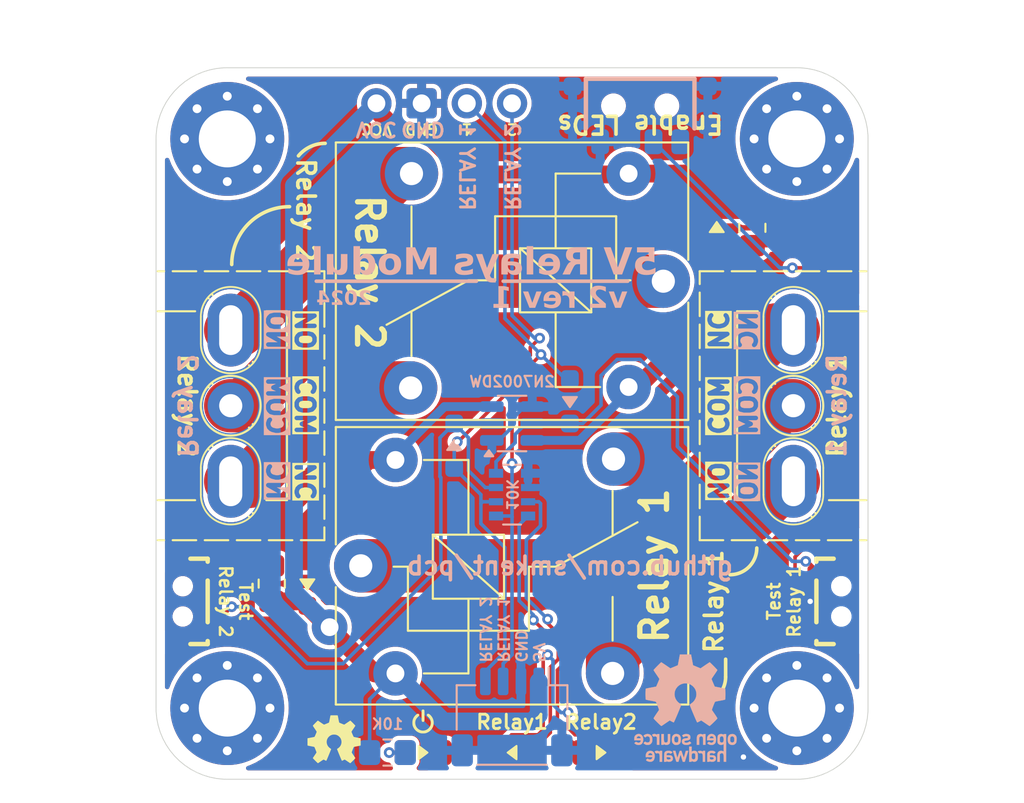
<source format=kicad_pcb>
(kicad_pcb (version 20240108) (generator "pcbnew") (generator_version "8.0")
  (layers (0 "F.Cu" signal) (31 "B.Cu" signal) (34 "B.Paste" user) (35 "F.Paste" user) (36 "B.SilkS" user "B.Silkscreen") (37 "F.SilkS" user "F.Silkscreen") (38 "B.Mask" user) (39 "F.Mask" user) (44 "Edge.Cuts" user))
  (net 0 "")
  (net 1 "+5V")
  (net 2 "GND")
  (net 3 "LED_GND")
  (net 4 "Net-(LED1-A)")
  (net 5 "Net-(LED2-A)")
  (net 7 "RELAY_1_COIL")
  (net 8 "RELAY_2_COIL")
  (net 9 "Net-(D3-K)")
  (net 10 "RELAY_1_CONTROL")
  (net 11 "RELAY_2_CONTROL")
  (net 12 "Net-(D4-K)")
  (net 13 "RELAY_1_SW_NO")
  (net 14 "RELAY_1_SW_NC")
  (net 15 "RELAY_1_SW_COMMON")
  (net 16 "RELAY_2_SW_COMMON")
  (net 17 "RELAY_2_SW_NO")
  (net 18 "RELAY_2_SW_NC")
  (net 19 "Net-(LED0-A)")
  (net 20 "Net-(R1-Pad1)")
  (net 21 "Net-(R2-Pad1)")
  (footprint "lcsc:SW-SMD_BZCN_TSA002A35XXX" (layer "F.Cu") (at 138 100 -90)
    (property "Reference" "SW1" (hide yes))
    (property "Value" "Test Button")
    (pad "" np_thru_hole circle (at -0.85 -0.5 270) (size 0.65 0.65) (drill 0.65) (layers "F&B.Cu" "*.Mask"))
    (pad "" np_thru_hole circle (at 0.85 -0.5 270) (size 0.65 0.65) (drill 0.65) (layers "F&B.Cu" "*.Mask"))
    (pad "1" smd roundrect (at -1.7 0.85 270) (size 0.6 1.1) (layers "F.Cu" "F.Paste" "F.Mask") (net 9 "Net-(D3-K)"))
    (pad "2" smd roundrect (at 1.7 0.85 270) (size 0.6 1.1) (layers "F.Cu" "F.Paste" "F.Mask") (net 20 "Net-(R1-Pad1)"))
    (pad "3" smd roundrect (at 2.3 -0.85 270) (size 0.6 1.1) (layers "F.Cu" "F.Paste" "F.Mask"))
    (pad "4" smd roundrect (at -2.3 -0.85 270) (size 0.6 1.1) (layers "F.Cu" "F.Paste" "F.Mask"))
  )
  (footprint "MountingHole:MountingHole_3.2mm_M3_Pad_Via" (layer "F.Cu") (at 104 74)
    (property "Reference" "REF**" (hide yes))
    (property "Value" "MountingHole_3.2mm_M3_Pad_Via")
    (pad "1" thru_hole circle (at -2.4 0) (size 0.8 0.8) (drill 0.5) (layers "*.Cu" "*.Mask"))
    (pad "1" thru_hole circle (at -1.697056 -1.697056) (size 0.8 0.8) (drill 0.5) (layers "*.Cu" "*.Mask"))
    (pad "1" thru_hole circle (at -1.697056 1.697056) (size 0.8 0.8) (drill 0.5) (layers "*.Cu" "*.Mask"))
    (pad "1" thru_hole circle (at 0 -2.4) (size 0.8 0.8) (drill 0.5) (layers "*.Cu" "*.Mask"))
    (pad "1" thru_hole circle (at 0 0) (size 6.4 6.4) (drill 3.2) (layers "*.Cu" "*.Mask"))
    (pad "1" thru_hole circle (at 0 2.4) (size 0.8 0.8) (drill 0.5) (layers "*.Cu" "*.Mask"))
    (pad "1" thru_hole circle (at 1.697056 -1.697056) (size 0.8 0.8) (drill 0.5) (layers "*.Cu" "*.Mask"))
    (pad "1" thru_hole circle (at 1.697056 1.697056) (size 0.8 0.8) (drill 0.5) (layers "*.Cu" "*.Mask"))
    (pad "1" thru_hole circle (at 2.4 0) (size 0.8 0.8) (drill 0.5) (layers "*.Cu" "*.Mask"))
  )
  (footprint "custom:D_SOD-323_HandSoldering_simple" (layer "F.Cu") (at 108.5 99 90)
    (property "Reference" "D1" (hide yes))
    (property "Value" "1N4148WS")
    (pad "1" smd roundrect (at -1.25 0 90) (size 1 1) (layers "F.Cu" "F.Paste" "F.Mask") (net 1 "+5V"))
    (pad "2" smd roundrect (at 1.25 0 90) (size 1 1) (layers "F.Cu" "F.Paste" "F.Mask") (net 7 "RELAY_1_COIL"))
  )
  (footprint "custom:Conn_Combo_TerminalBlock_P3.5-P5.08_1x03_pad2gnd" (layer "F.Cu") (at 135.805 94 90)
    (property "Reference" "J1" (hide yes))
    (property "Value" "P5 or P3.5")
    (pad "1" thru_hole oval (at 0.75 0 90) (size 4.1 2.6) (drill oval 2.8 1.3) (layers "*.Cu" "*.Mask") (net 13 "RELAY_1_SW_NO"))
    (pad "2" thru_hole circle (at 5 0 90) (size 2.6 2.6) (drill 1.3) (layers "*.Cu" "*.Mask") (net 15 "RELAY_1_SW_COMMON"))
    (pad "3" thru_hole oval (at 9.25 0 90) (size 4.1 2.6) (drill oval 2.8 1.3) (layers "*.Cu" "*.Mask") (net 14 "RELAY_1_SW_NC"))
  )
  (footprint "custom:D_SOD-323_HandSoldering_simple" (layer "F.Cu") (at 131.5 79 -90)
    (property "Reference" "D2" (hide yes))
    (property "Value" "1N4148WS")
    (pad "1" smd roundrect (at -1.25 0 270) (size 1 1) (layers "F.Cu" "F.Paste" "F.Mask") (net 1 "+5V"))
    (pad "2" smd roundrect (at 1.25 0 270) (size 1 1) (layers "F.Cu" "F.Paste" "F.Mask") (net 8 "RELAY_2_COIL"))
  )
  (footprint "graphics:oshw-logo-3mm" (layer "F.Cu") (at 110 107.75)
    (property "Reference" "G***" (hide yes))
    (property "Value" "LOGO" (hide yes))
  )
  (footprint "custom:PinHeader_1x04_P2.54mm_Vertical_simple_pad2gnd" (layer "F.Cu") (at 112.38 72 90)
    (property "Reference" "J10" (hide yes))
    (property "Value" "Pin Headers")
    (pad "1" thru_hole oval (at 0 0 90) (size 1.7 1.7) (drill 1) (layers "*.Cu" "*.Mask") (net 1 "+5V"))
    (pad "2" thru_hole roundrect (at 0 2.54 90) (size 1.7 1.7) (drill 1) (layers "*.Cu" "*.Mask") (roundrect_rratio 0.1470588235) (net 2 "GND"))
    (pad "3" thru_hole oval (at 0 5.08 90) (size 1.7 1.7) (drill 1) (layers "*.Cu" "*.Mask") (net 10 "RELAY_1_CONTROL"))
    (pad "4" thru_hole oval (at 0 7.62 90) (size 1.7 1.7) (drill 1) (layers "*.Cu" "*.Mask") (net 11 "RELAY_2_CONTROL"))
  )
  (footprint "custom:Conn_Combo_TerminalBlock_P3.5-P5.08_1x03_pad2gnd" (layer "F.Cu") (at 104.195 84 -90)
    (property "Reference" "J2" (hide yes))
    (property "Value" "P5 or P3.5")
    (pad "1" thru_hole oval (at 0.75 0 270) (size 4.1 2.6) (drill oval 2.8 1.3) (layers "*.Cu" "*.Mask") (net 17 "RELAY_2_SW_NO"))
    (pad "2" thru_hole circle (at 5 0 270) (size 2.6 2.6) (drill 1.3) (layers "*.Cu" "*.Mask") (net 16 "RELAY_2_SW_COMMON"))
    (pad "3" thru_hole oval (at 9.25 0 270) (size 4.1 2.6) (drill oval 2.8 1.3) (layers "*.Cu" "*.Mask") (net 18 "RELAY_2_SW_NC"))
  )
  (footprint "lcsc:SW-SMD_BZCN_TSA002A35XXX" (layer "F.Cu") (at 102 100 90)
    (property "Reference" "SW2" (hide yes))
    (property "Value" "Test Button")
    (pad "" np_thru_hole circle (at -0.85 -0.5 90) (size 0.65 0.65) (drill 0.65) (layers "F&B.Cu" "*.Mask"))
    (pad "" np_thru_hole circle (at 0.85 -0.5 90) (size 0.65 0.65) (drill 0.65) (layers "F&B.Cu" "*.Mask"))
    (pad "1" smd roundrect (at -1.7 0.85 90) (size 0.6 1.1) (layers "F.Cu" "F.Paste" "F.Mask") (net 12 "Net-(D4-K)"))
    (pad "2" smd roundrect (at 1.7 0.85 90) (size 0.6 1.1) (layers "F.Cu" "F.Paste" "F.Mask") (net 21 "Net-(R2-Pad1)"))
    (pad "3" smd roundrect (at 2.3 -0.85 90) (size 0.6 1.1) (layers "F.Cu" "F.Paste" "F.Mask"))
    (pad "4" smd roundrect (at -2.3 -0.85 90) (size 0.6 1.1) (layers "F.Cu" "F.Paste" "F.Mask"))
  )
  (footprint "MountingHole:MountingHole_3.2mm_M3_Pad_Via" (layer "F.Cu") (at 136 106)
    (property "Reference" "REF**" (hide yes))
    (property "Value" "MountingHole_3.2mm_M3_Pad_Via")
    (pad "1" thru_hole circle (at -2.4 0) (size 0.8 0.8) (drill 0.5) (layers "*.Cu" "*.Mask"))
    (pad "1" thru_hole circle (at -1.697056 -1.697056) (size 0.8 0.8) (drill 0.5) (layers "*.Cu" "*.Mask"))
    (pad "1" thru_hole circle (at -1.697056 1.697056) (size 0.8 0.8) (drill 0.5) (layers "*.Cu" "*.Mask"))
    (pad "1" thru_hole circle (at 0 -2.4) (size 0.8 0.8) (drill 0.5) (layers "*.Cu" "*.Mask"))
    (pad "1" thru_hole circle (at 0 0) (size 6.4 6.4) (drill 3.2) (layers "*.Cu" "*.Mask"))
    (pad "1" thru_hole circle (at 0 2.4) (size 0.8 0.8) (drill 0.5) (layers "*.Cu" "*.Mask"))
    (pad "1" thru_hole circle (at 1.697056 -1.697056) (size 0.8 0.8) (drill 0.5) (layers "*.Cu" "*.Mask"))
    (pad "1" thru_hole circle (at 1.697056 1.697056) (size 0.8 0.8) (drill 0.5) (layers "*.Cu" "*.Mask"))
    (pad "1" thru_hole circle (at 2.4 0) (size 0.8 0.8) (drill 0.5) (layers "*.Cu" "*.Mask"))
  )
  (footprint "custom:LED_0805_2012Metric_Pad1.15x1.40mm_HandSolder_simple" (layer "F.Cu") (at 120 108.5)
    (property "Reference" "LED1" (hide yes))
    (property "Value" "LED")
    (pad "1" smd roundrect (at -1.025 0) (size 1.15 1.4) (layers "F.Cu" "F.Paste" "F.Mask") (roundrect_rratio 0.217391) (net 3 "LED_GND"))
    (pad "2" smd roundrect (at 1.025 0) (size 1.15 1.4) (layers "F.Cu" "F.Paste" "F.Mask") (roundrect_rratio 0.217391) (net 4 "Net-(LED1-A)"))
  )
  (footprint "MountingHole:MountingHole_3.2mm_M3_Pad_Via" (layer "F.Cu") (at 136 74)
    (property "Reference" "REF**" (hide yes))
    (property "Value" "MountingHole_3.2mm_M3_Pad_Via")
    (pad "1" thru_hole circle (at -2.4 0) (size 0.8 0.8) (drill 0.5) (layers "*.Cu" "*.Mask"))
    (pad "1" thru_hole circle (at -1.697056 -1.697056) (size 0.8 0.8) (drill 0.5) (layers "*.Cu" "*.Mask"))
    (pad "1" thru_hole circle (at -1.697056 1.697056) (size 0.8 0.8) (drill 0.5) (layers "*.Cu" "*.Mask"))
    (pad "1" thru_hole circle (at 0 -2.4) (size 0.8 0.8) (drill 0.5) (layers "*.Cu" "*.Mask"))
    (pad "1" thru_hole circle (at 0 0) (size 6.4 6.4) (drill 3.2) (layers "*.Cu" "*.Mask"))
    (pad "1" thru_hole circle (at 0 2.4) (size 0.8 0.8) (drill 0.5) (layers "*.Cu" "*.Mask"))
    (pad "1" thru_hole circle (at 1.697056 -1.697056) (size 0.8 0.8) (drill 0.5) (layers "*.Cu" "*.Mask"))
    (pad "1" thru_hole circle (at 1.697056 1.697056) (size 0.8 0.8) (drill 0.5) (layers "*.Cu" "*.Mask"))
    (pad "1" thru_hole circle (at 2.4 0) (size 0.8 0.8) (drill 0.5) (layers "*.Cu" "*.Mask"))
  )
  (footprint "graphics:icon-power-1.5mm" (layer "F.Cu") (at 115 106.75)
    (property "Reference" "G***" (hide yes))
    (property "Value" "LOGO" (hide yes))
  )
  (footprint "Relay_THT:Relay_SPDT_SANYOU_SRD_Series_Form_C" (layer "F.Cu") (at 128.5 82 180)
    (property "Reference" "K2" (hide yes))
    (property "Value" "Relay_SPDT")
    (pad "1" thru_hole circle (at 0 0 270) (size 3 3) (drill 1.3) (layers "*.Cu" "*.Mask") (net 16 "RELAY_2_SW_COMMON"))
    (pad "2" thru_hole circle (at 1.95 6.05 270) (size 2.5 2.5) (drill 1) (layers "*.Cu" "*.Mask") (net 1 "+5V"))
    (pad "3" thru_hole circle (at 14.15 6.05 270) (size 3 3) (drill 1.3) (layers "*.Cu" "*.Mask") (net 17 "RELAY_2_SW_NO"))
    (pad "4" thru_hole circle (at 14.2 -6 270) (size 3 3) (drill 1.3) (layers "*.Cu" "*.Mask") (net 18 "RELAY_2_SW_NC"))
    (pad "5" thru_hole circle (at 1.95 -5.95 270) (size 2.5 2.5) (drill 1) (layers "*.Cu" "*.Mask") (net 8 "RELAY_2_COIL"))
  )
  (footprint "Resistor_SMD:R_0805_2012Metric_Pad1.20x1.40mm_HandSolder" (layer "F.Cu") (at 133.5 79 90)
    (property "Reference" "R1" (hide yes))
    (property "Value" "100R")
    (pad "1" smd roundrect (at -1 0 90) (size 1.2 1.4) (layers "F.Cu" "F.Paste" "F.Mask") (roundrect_rratio 0.208333) (net 20 "Net-(R1-Pad1)"))
    (pad "2" smd roundrect (at 1 0 90) (size 1.2 1.4) (layers "F.Cu" "F.Paste" "F.Mask") (roundrect_rratio 0.208333) (net 1 "+5V"))
  )
  (footprint "Resistor_SMD:R_0805_2012Metric_Pad1.20x1.40mm_HandSolder" (layer "F.Cu") (at 106.5 99 -90)
    (property "Reference" "R2" (hide yes))
    (property "Value" "100R")
    (pad "1" smd roundrect (at -1 0 270) (size 1.2 1.4) (layers "F.Cu" "F.Paste" "F.Mask") (roundrect_rratio 0.208333) (net 21 "Net-(R2-Pad1)"))
    (pad "2" smd roundrect (at 1 0 270) (size 1.2 1.4) (layers "F.Cu" "F.Paste" "F.Mask") (roundrect_rratio 0.208333) (net 1 "+5V"))
  )
  (footprint "custom:LED_0805_2012Metric_Pad1.15x1.40mm_HandSolder_simple" (layer "F.Cu") (at 115 108.5 180)
    (property "Reference" "LED0" (hide yes))
    (property "Value" "LED")
    (pad "1" smd roundrect (at -1.025 0 180) (size 1.15 1.4) (layers "F.Cu" "F.Paste" "F.Mask") (roundrect_rratio 0.217391) (net 3 "LED_GND"))
    (pad "2" smd roundrect (at 1.025 0 180) (size 1.15 1.4) (layers "F.Cu" "F.Paste" "F.Mask") (roundrect_rratio 0.217391) (net 19 "Net-(LED0-A)"))
  )
  (footprint "Relay_THT:Relay_SPDT_SANYOU_SRD_Series_Form_C" (layer "F.Cu") (at 111.5 98)
    (property "Reference" "K1" (hide yes))
    (property "Value" "Relay_SPDT")
    (pad "1" thru_hole circle (at 0 0 90) (size 3 3) (drill 1.3) (layers "*.Cu" "*.Mask") (net 15 "RELAY_1_SW_COMMON"))
    (pad "2" thru_hole circle (at 1.95 6.05 90) (size 2.5 2.5) (drill 1) (layers "*.Cu" "*.Mask") (net 1 "+5V"))
    (pad "3" thru_hole circle (at 14.15 6.05 90) (size 3 3) (drill 1.3) (layers "*.Cu" "*.Mask") (net 13 "RELAY_1_SW_NO"))
    (pad "4" thru_hole circle (at 14.2 -6 90) (size 3 3) (drill 1.3) (layers "*.Cu" "*.Mask") (net 14 "RELAY_1_SW_NC"))
    (pad "5" thru_hole circle (at 1.95 -5.95 90) (size 2.5 2.5) (drill 1) (layers "*.Cu" "*.Mask") (net 7 "RELAY_1_COIL"))
  )
  (footprint "custom:LED_0805_2012Metric_Pad1.15x1.40mm_HandSolder_simple" (layer "F.Cu") (at 125 108.5 180)
    (property "Reference" "LED2" (hide yes))
    (property "Value" "LED")
    (pad "1" smd roundrect (at -1.025 0 180) (size 1.15 1.4) (layers "F.Cu" "F.Paste" "F.Mask") (roundrect_rratio 0.217391) (net 3 "LED_GND"))
    (pad "2" smd roundrect (at 1.025 0 180) (size 1.15 1.4) (layers "F.Cu" "F.Paste" "F.Mask") (roundrect_rratio 0.217391) (net 5 "Net-(LED2-A)"))
  )
  (footprint "MountingHole:MountingHole_3.2mm_M3_Pad_Via" (layer "F.Cu") (at 104 106)
    (property "Reference" "REF**" (hide yes))
    (property "Value" "MountingHole_3.2mm_M3_Pad_Via")
    (pad "1" thru_hole circle (at -2.4 0) (size 0.8 0.8) (drill 0.5) (layers "*.Cu" "*.Mask"))
    (pad "1" thru_hole circle (at -1.697056 -1.697056) (size 0.8 0.8) (drill 0.5) (layers "*.Cu" "*.Mask"))
    (pad "1" thru_hole circle (at -1.697056 1.697056) (size 0.8 0.8) (drill 0.5) (layers "*.Cu" "*.Mask"))
    (pad "1" thru_hole circle (at 0 -2.4) (size 0.8 0.8) (drill 0.5) (layers "*.Cu" "*.Mask"))
    (pad "1" thru_hole circle (at 0 0) (size 6.4 6.4) (drill 3.2) (layers "*.Cu" "*.Mask"))
    (pad "1" thru_hole circle (at 0 2.4) (size 0.8 0.8) (drill 0.5) (layers "*.Cu" "*.Mask"))
    (pad "1" thru_hole circle (at 1.697056 -1.697056) (size 0.8 0.8) (drill 0.5) (layers "*.Cu" "*.Mask"))
    (pad "1" thru_hole circle (at 1.697056 1.697056) (size 0.8 0.8) (drill 0.5) (layers "*.Cu" "*.Mask"))
    (pad "1" thru_hole circle (at 2.4 0) (size 0.8 0.8) (drill 0.5) (layers "*.Cu" "*.Mask"))
  )
  (footprint "Symbol:OSHW-Logo_5.7x6mm_SilkScreen" (layer "B.Cu") (at 129.75 106 180)
    (property "Reference" "REF**" (hide yes))
    (property "Value" "OSHW-Logo_5.7x6mm_SilkScreen" (hide yes))
  )
  (footprint "custom:JST_SH_SM04B-SRSS-TB_1x04-1MP_P1.00mm_Horizontal" (layer "B.Cu") (at 120 106.5 180)
    (property "Reference" "J0")
    (property "Value" "JST SH")
    (pad "1" smd roundrect (at -1.5 2 180) (size 0.6 1.55) (layers "B.Cu" "B.Paste" "B.Mask") (net 1 "+5V"))
    (pad "2" smd roundrect (at -0.5 2 180) (size 0.6 1.55) (layers "B.Cu" "B.Paste" "B.Mask") (net 2 "GND"))
    (pad "3" smd roundrect (at 0.5 2 180) (size 0.6 1.55) (layers "B.Cu" "B.Paste" "B.Mask") (net 10 "RELAY_1_CONTROL"))
    (pad "4" smd roundrect (at 1.5 2 180) (size 0.6 1.55) (layers "B.Cu" "B.Paste" "B.Mask") (net 11 "RELAY_2_CONTROL"))
    (pad "MP" smd roundrect (at -2.8 -1.875 180) (size 1.2 1.8) (layers "B.Cu" "B.Paste" "B.Mask") (roundrect_rratio 0.208333) (net 2 "GND"))
    (pad "MP" smd roundrect (at 2.8 -1.875 180) (size 1.2 1.8) (layers "B.Cu" "B.Paste" "B.Mask") (roundrect_rratio 0.208333) (net 2 "GND"))
  )
  (footprint "Resistor_SMD:R_0805_2012Metric_Pad1.20x1.40mm_HandSolder" (layer "B.Cu") (at 113 108.5)
    (property "Reference" "R0" (hide yes))
    (property "Value" "10K")
    (pad "1" smd roundrect (at -1 0) (size 1.2 1.4) (layers "B.Cu" "B.Paste" "B.Mask") (roundrect_rratio 0.208333) (net 1 "+5V"))
    (pad "2" smd roundrect (at 1 0) (size 1.2 1.4) (layers "B.Cu" "B.Paste" "B.Mask") (roundrect_rratio 0.208333) (net 19 "Net-(LED0-A)"))
  )
  (footprint "custom:D_SOD-323_HandSoldering_simple" (layer "B.Cu") (at 123.25 88.75 90)
    (property "Reference" "D3" (hide yes))
    (property "Value" "1N4148WS")
    (pad "1" smd roundrect (at -1.25 0 90) (size 1 1) (layers "B.Cu" "B.Paste" "B.Mask") (net 9 "Net-(D3-K)"))
    (pad "2" smd roundrect (at 1.25 0 90) (size 1 1) (layers "B.Cu" "B.Paste" "B.Mask") (net 10 "RELAY_1_CONTROL"))
  )
  (footprint "Resistor_SMD:R_Array_Convex_4x0603" (layer "B.Cu") (at 120 94 180)
    (property "Reference" "RN1" (hide yes))
    (property "Value" "10K")
    (pad "1" smd rect (at -0.9 1.2 180) (size 0.8 0.5) (layers "B.Cu" "B.Paste" "B.Mask") (net 2 "GND"))
    (pad "2" smd rect (at -0.9 0.4 180) (size 0.8 0.4) (layers "B.Cu" "B.Paste" "B.Mask") (net 2 "GND"))
    (pad "3" smd rect (at -0.9 -0.4 180) (size 0.8 0.4) (layers "B.Cu" "B.Paste" "B.Mask") (net 5 "Net-(LED2-A)"))
    (pad "4" smd rect (at -0.9 -1.2 180) (size 0.8 0.5) (layers "B.Cu" "B.Paste" "B.Mask") (net 4 "Net-(LED1-A)"))
    (pad "5" smd rect (at 0.9 -1.2 180) (size 0.8 0.5) (layers "B.Cu" "B.Paste" "B.Mask") (net 10 "RELAY_1_CONTROL"))
    (pad "6" smd rect (at 0.9 -0.4 180) (size 0.8 0.4) (layers "B.Cu" "B.Paste" "B.Mask") (net 11 "RELAY_2_CONTROL"))
    (pad "7" smd rect (at 0.9 0.4 180) (size 0.8 0.4) (layers "B.Cu" "B.Paste" "B.Mask") (net 12 "Net-(D4-K)"))
    (pad "8" smd rect (at 0.9 1.2 180) (size 0.8 0.5) (layers "B.Cu" "B.Paste" "B.Mask") (net 9 "Net-(D3-K)"))
  )
  (footprint "custom:D_SOD-323_HandSoldering_simple" (layer "B.Cu") (at 116.75 91.25 -90)
    (property "Reference" "D4" (hide yes))
    (property "Value" "1N4148WS")
    (pad "1" smd roundrect (at -1.25 0 270) (size 1 1) (layers "B.Cu" "B.Paste" "B.Mask") (net 12 "Net-(D4-K)"))
    (pad "2" smd roundrect (at 1.25 0 270) (size 1 1) (layers "B.Cu" "B.Paste" "B.Mask") (net 11 "RELAY_2_CONTROL"))
  )
  (footprint "Package_TO_SOT_SMD:SOT-23-6" (layer "B.Cu") (at 120 90)
    (property "Reference" "Q1" (hide yes))
    (property "Value" "2N7002DW")
    (pad "1" smd roundrect (at -1.1375 0.95) (size 1.325 0.6) (layers "B.Cu" "B.Paste" "B.Mask") (net 2 "GND"))
    (pad "2" smd roundrect (at -1.1375 0) (size 1.325 0.6) (layers "B.Cu" "B.Paste" "B.Mask") (net 12 "Net-(D4-K)"))
    (pad "3" smd roundrect (at -1.1375 -0.95) (size 1.325 0.6) (layers "B.Cu" "B.Paste" "B.Mask") (net 7 "RELAY_1_COIL"))
    (pad "4" smd roundrect (at 1.1375 -0.95) (size 1.325 0.6) (layers "B.Cu" "B.Paste" "B.Mask") (net 2 "GND"))
    (pad "5" smd roundrect (at 1.1375 0) (size 1.325 0.6) (layers "B.Cu" "B.Paste" "B.Mask") (net 9 "Net-(D3-K)"))
    (pad "6" smd roundrect (at 1.1375 0.95) (size 1.325 0.6) (layers "B.Cu" "B.Paste" "B.Mask") (net 8 "RELAY_2_COIL"))
  )
  (footprint "lcsc:SW-SMD_3P-P1.50_L2.7-W6.6" (layer "B.Cu") (at 127.2 72.6)
    (property "Reference" "SW0" (hide yes))
    (property "Value" "SW_SPDT_MountingPin")
    (pad "" np_thru_hole circle (at -1.5 -0.46) (size 0.9 0.9) (drill 0.9) (layers "F&B.Cu" "*.Mask"))
    (pad "" np_thru_hole circle (at 1.5 -0.46) (size 0.9 0.9) (drill 0.9) (layers "F&B.Cu" "*.Mask"))
    (pad "1" smd roundrect (at -2.25 1.56) (size 1 1.4) (layers "B.Cu" "B.Paste" "B.Mask") (net 2 "GND"))
    (pad "2" smd roundrect (at 0.75 1.56) (size 1 1.4) (layers "B.Cu" "B.Paste" "B.Mask") (net 3 "LED_GND"))
    (pad "3" smd roundrect (at 2.25 1.56) (size 1 1.4) (layers "B.Cu" "B.Paste" "B.Mask"))
    (pad "MP" smd roundrect (at -3.8 -1.56) (size 1 1) (layers "B.Cu" "B.Paste" "B.Mask") (net 2 "GND"))
    (pad "MP" smd roundrect (at -3.8 0.64) (size 1 1) (layers "B.Cu" "B.Paste" "B.Mask") (net 2 "GND"))
    (pad "MP" smd roundrect (at 3.8 -1.56) (size 1 1) (layers "B.Cu" "B.Paste" "B.Mask") (net 2 "GND"))
    (pad "MP" smd roundrect (at 3.8 0.64) (size 1 1) (layers "B.Cu" "B.Paste" "B.Mask") (net 2 "GND"))
  )
  (gr_line (start 126.5 82) (end 119.5 82) (stroke (width 0.2)) (layer "B.SilkS"))
  (gr_line (start 118 82) (end 109 82) (stroke (width 0.2)) (layer "B.SilkS"))
  (gr_arc (start 133.75 97) (mid 133.31066 98.06066) (end 132.25 98.5) (stroke (width 0.2)) (layer "F.SilkS"))
  (gr_arc (start 108 74.952562) (mid 108.67181 74.434342) (end 109.5 74.25) (stroke (width 0.2)) (layer "F.SilkS"))
  (gr_line (start 132 104.25) (end 132 103.25) (stroke (width 0.2)) (layer "F.SilkS"))
  (gr_arc (start 104.25085 81.06066) (mid 105.202504 78.763164) (end 107.5 77.81151) (stroke (width 0.2)) (layer "F.SilkS"))
  (gr_arc (start 132 104.25) (mid 131.56066 105.31066) (end 130.5 105.75) (stroke (width 0.2)) (layer "F.SilkS"))
  (gr_poly (pts (xy 104 70) (xy 103.80361 70.002394) (xy 103.412722 70.040893) (xy 103.02749 70.117521) (xy 102.651623 70.231539) (xy 102.288742 70.381849) (xy 101.942341 70.567004) (xy 101.615757 70.78522) (xy 101.312134 71.034397) (xy 101.034397 71.312134) (xy 100.78522 71.615757) (xy 100.567004 71.942341) (xy 100.381849 72.288742) (xy 100.231539 72.651623) (xy 100.117521 73.02749) (xy 100.040893 73.412722) (xy 100.002394 73.80361) (xy 100 74) (xy 100 84) (xy 100 96) (xy 100 106) (xy 100.002394 106.19639) (xy 100.040893 106.587278) (xy 100.117521 106.97251) (xy 100.231539 107.348377) (xy 100.381849 107.711258) (xy 100.567004 108.057659) (xy 100.78522 108.384243) (xy 101.034397 108.687866) (xy 101.312134 108.965603) (xy 101.615757 109.21478) (xy 101.942341 109.432996) (xy 102.288742 109.618151) (xy 102.651623 109.768461) (xy 103.02749 109.882479) (xy 103.412722 109.959107) (xy 103.80361 109.997606) (xy 104 110) (xy 136 110) (xy 136.19639 109.997606) (xy 136.587278 109.959107) (xy 136.97251 109.882479) (xy 137.348377 109.768461) (xy 137.711258 109.618151) (xy 138.057659 109.432996) (xy 138.384243 109.21478) (xy 138.687866 108.965603) (xy 138.965603 108.687866) (xy 139.21478 108.384243) (xy 139.432996 108.057659) (xy 139.618151 107.711258) (xy 139.768461 107.348377) (xy 139.882479 106.97251) (xy 139.959107 106.587278) (xy 139.997606 106.19639) (xy 140 106) (xy 140 96) (xy 140 84) (xy 140 74) (xy 139.997606 73.80361) (xy 139.959107 73.412722) (xy 139.882479 73.02749) (xy 139.768461 72.651623) (xy 139.618151 72.288742) (xy 139.432996 71.942341) (xy 139.21478 71.615757) (xy 138.965603 71.312134) (xy 138.687866 71.034397) (xy 138.384243 70.78522) (xy 138.057659 70.567004) (xy 137.711258 70.381849) (xy 137.348377 70.231539) (xy 136.97251 70.117521) (xy 136.587278 70.040893) (xy 136.19639 70.002394) (xy 136 70)) (stroke (width 0.05)) (fill none) (layer "Edge.Cuts"))
  (gr_text "RELAY 1" (at 119.5 103.5 -90) (layer "B.SilkS") (effects (font (size 0.6 0.6) (thickness 0.12) (bold yes)) (justify left mirror)))
  (gr_text "10K" (at 113 107.25 0) (layer "B.SilkS") (effects (font (size 0.6 0.6) (thickness 0.12) (bold yes)) (justify bottom mirror)))
  (gr_text "COM" (at 106.75 89 -90) (layer "B.SilkS" knockout) (effects (font (size 1 1) (thickness 0.3) (bold yes)) (justify mirror)))
  (gr_text "5V Relays Module" (at 117.75 81 0) (layer "B.SilkS") (effects (font (size 1.5 1.5) (thickness 0.3) (bold yes)) (justify mirror)))
  (gr_text "2N7002DW" (at 120 88 0) (layer "B.SilkS") (effects (font (size 0.6 0.6) (thickness 0.12) (bold yes)) (justify bottom mirror)))
  (gr_text "Relay 1" (at 138.25 89 90) (layer "B.SilkS") (effects (font (size 1 1) (thickness 0.2) (bold yes)) (justify mirror)))
  (gr_text "v2 rev 1" (at 126.5 83 0) (layer "B.SilkS") (effects (font (size 1.2 1.2) (thickness 0.24) (bold yes)) (justify left mirror)))
  (gr_text "GND" (at 115 73 180) (layer "B.SilkS") (effects (font (size 0.8 0.8) (thickness 0.16) (bold yes)) (justify bottom mirror)))
  (gr_text "RELAY 2" (at 118.5 103.5 -90) (layer "B.SilkS") (effects (font (size 0.6 0.6) (thickness 0.12) (bold yes)) (justify left mirror)))
  (gr_text "COM" (at 133.25 89 90) (layer "B.SilkS" knockout) (effects (font (size 1 1) (thickness 0.3) (bold yes)) (justify mirror)))
  (gr_text "NC" (at 106.75 93.25 -90) (layer "B.SilkS" knockout) (effects (font (size 1 1) (thickness 0.3) (bold yes)) (justify mirror)))
  (gr_text "GND" (at 120.5 103.5 -90) (layer "B.SilkS") (effects (font (size 0.6 0.6) (thickness 0.12) (bold yes)) (justify left mirror)))
  (gr_text "Relay 2" (at 101.75 89 -90) (layer "B.SilkS") (effects (font (size 1 1) (thickness 0.2) (bold yes)) (justify mirror)))
  (gr_text "10K" (at 120 94 -90) (layer "B.SilkS") (effects (font (size 0.6 0.6) (thickness 0.12) (bold yes)) (justify mirror)))
  (gr_text "2024" (at 109 83 0) (layer "B.SilkS") (effects (font (size 0.8 0.8) (thickness 0.24) (bold yes)) (justify right mirror)))
  (gr_text "RELAY 1" (at 117.46 73 -90) (layer "B.SilkS") (effects (font (size 0.8 0.8) (thickness 0.16) (bold yes)) (justify right mirror)))
  (gr_text "5V" (at 121.5 103.5 -90) (layer "B.SilkS") (effects (font (size 0.6 0.6) (thickness 0.12) (bold yes)) (justify left mirror)))
  (gr_text "NC" (at 133.25 84.75 90) (layer "B.SilkS" knockout) (effects (font (size 1 1) (thickness 0.3) (bold yes)) (justify mirror)))
  (gr_text "NO" (at 106.75 84.75 -90) (layer "B.SilkS" knockout) (effects (font (size 1 1) (thickness 0.3) (bold yes)) (justify mirror)))
  (gr_text "github.com/smkent/pcb" (at 123.25 98 0) (layer "B.SilkS") (effects (font (size 1 1) (thickness 0.2) (bold yes)) (justify mirror)))
  (gr_text "RELAY 2" (at 120 73 -90) (layer "B.SilkS") (effects (font (size 0.8 0.8) (thickness 0.16) (bold yes)) (justify right mirror)))
  (gr_text "NO" (at 133.25 93.25 90) (layer "B.SilkS" knockout) (effects (font (size 1 1) (thickness 0.3) (bold yes)) (justify mirror)))
  (gr_text "VCC" (at 112.38 73 180) (layer "B.SilkS") (effects (font (size 0.8 0.8) (thickness 0.16) (bold yes)) (justify bottom mirror)))
  (gr_text "NO" (at 131.65 93.25 90) (layer "F.SilkS" knockout) (effects (font (size 1 1) (thickness 0.3) (bold yes))))
  (gr_text "Relay 1" (at 130.75 100 90) (layer "F.SilkS") (effects (font (size 1 1) (thickness 0.2) (bold yes)) (justify top)))
  (gr_text "NC" (at 131.65 84.75 90) (layer "F.SilkS" knockout) (effects (font (size 1 1) (thickness 0.3) (bold yes))))
  (gr_text "Test\nRelay 2" (at 103.5 100 270) (layer "F.SilkS") (effects (font (size 0.7 0.7) (thickness 0.14) (bold yes)) (justify bottom)))
  (gr_text "Relay 1" (at 128 98 90) (layer "F.SilkS") (effects (font (size 1.5 1.5) (thickness 0.3) (bold yes))))
  (gr_text "Enable LEDs" (at 127.2 72.6 -180) (layer "F.SilkS") (effects (font (size 1 1) (thickness 0.2) (bold yes)) (justify bottom)))
  (gr_text "Test\nRelay 1" (at 136.25 100 90) (layer "F.SilkS") (effects (font (size 0.7 0.7) (thickness 0.14) (bold yes)) (justify bottom)))
  (gr_text "Relay 2" (at 101.75 89 -90) (layer "F.SilkS") (effects (font (size 1 1) (thickness 0.2) (bold yes))))
  (gr_text "Relay 2" (at 109 78 -90) (layer "F.SilkS") (effects (font (size 1 1) (thickness 0.2) (bold yes)) (justify top)))
  (gr_text "GND" (at 114.92 73.1 180) (layer "F.SilkS") (effects (font (size 0.6 0.6) (thickness 0.12) (bold yes)) (justify bottom)))
  (gr_text "Relay2" (at 125 107.25 0) (layer "F.SilkS") (effects (font (size 0.8 0.8) (thickness 0.16) (bold yes)) (justify bottom)))
  (gr_text "Relay1" (at 120 107.25 0) (layer "F.SilkS") (effects (font (size 0.8 0.8) (thickness 0.16) (bold yes)) (justify bottom)))
  (gr_text "COM" (at 108.35 89 -90) (layer "F.SilkS" knockout) (effects (font (size 1 1) (thickness 0.3) (bold yes))))
  (gr_text "NO" (at 108.35 84.75 -90) (layer "F.SilkS" knockout) (effects (font (size 1 1) (thickness 0.3) (bold yes))))
  (gr_text "COM" (at 131.65 89 90) (layer "F.SilkS" knockout) (effects (font (size 1 1) (thickness 0.3) (bold yes))))
  (gr_text "VCC" (at 112.38 73.1 180) (layer "F.SilkS") (effects (font (size 0.6 0.6) (thickness 0.12) (bold yes)) (justify bottom)))
  (gr_text "Relay 2" (at 112 81.5 -90) (layer "F.SilkS") (effects (font (size 1.5 1.5) (thickness 0.3) (bold yes))))
  (gr_text "1" (at 117.46 73.1 180) (layer "F.SilkS") (effects (font (size 0.6 0.6) (thickness 0.12) (bold yes)) (justify bottom)))
  (gr_text "2" (at 120 73.1 180) (layer "F.SilkS") (effects (font (size 0.6 0.6) (thickness 0.12) (bold yes)) (justify bottom)))
  (gr_text "Relay 1" (at 138.25 89 90) (layer "F.SilkS") (effects (font (size 1 1) (thickness 0.2) (bold yes))))
  (gr_text "NC" (at 108.35 93.25 -90) (layer "F.SilkS" knockout) (effects (font (size 1 1) (thickness 0.3) (bold yes))))
  (segment (start 117.51127 76) (end 115.26127 73.75) (width 1) (layer "F.Cu") (net 1))
  (segment (start 113.45 104.05) (end 112.3 104.05) (width 1) (layer "F.Cu") (net 1))
  (segment (start 109.75 101.5) (end 108.5 100.25) (width 1) (layer "F.Cu") (net 1))
  (segment (start 109.75 101.5) (end 109.75 101.45) (width 1) (layer "F.Cu") (net 1))
  (segment (start 131.75 78) (end 131.5 77.75) (width 1) (layer "F.Cu") (net 1))
  (segment (start 126.5 76) (end 117.51127 76) (width 1) (layer "F.Cu") (net 1))
  (segment (start 126.55 75.95) (end 129.7 75.95) (width 1) (layer "F.Cu") (net 1))
  (segment (start 106.5 100) (end 108.25 100) (width 1) (layer "F.Cu") (net 1))
  (segment (start 126.55 75.95) (end 126.5 76) (width 1) (layer "F.Cu") (net 1))
  (segment (start 133.5 78) (end 131.75 78) (width 1) (layer "F.Cu") (net 1))
  (segment (start 108.25 100) (end 108.5 100.25) (width 1) (layer "F.Cu") (net 1))
  (segment (start 112.3 104.05) (end 109.75 101.5) (width 1) (layer "F.Cu") (net 1))
  (segment (start 112.38 72.38) (end 112.38 72) (width 1) (layer "F.Cu") (net 1))
  (segment (start 115.26127 73.75) (end 113.75 73.75) (width 1) (layer "F.Cu") (net 1))
  (segment (start 129.7 75.95) (end 131.5 77.75) (width 1) (layer "F.Cu") (net 1))
  (segment (start 113.75 73.75) (end 112.38 72.38) (width 1) (layer "F.Cu") (net 1))
  (via (at 109.75 101.45) (size 2) (drill 1) (layers "F.Cu" "B.Cu") (net 1))
  (segment (start 121.125 106.75) (end 116.15 106.75) (width 1) (layer "B.Cu") (net 1))
  (segment (start 109.75 101.45) (end 107.75 99.45) (width 1) (layer "B.Cu") (net 1))
  (segment (start 112 108.5) (end 112 105.5) (width 0.2) (layer "B.Cu") (net 1))
  (segment (start 121.5 106.375) (end 121.125 106.75) (width 1) (layer "B.Cu") (net 1))
  (segment (start 107.75 76.63) (end 112.38 72) (width 1) (layer "B.Cu") (net 1))
  (segment (start 116.15 106.75) (end 113.45 104.05) (width 1) (layer "B.Cu") (net 1))
  (segment (start 107.75 99.45) (end 107.75 76.63) (width 1) (layer "B.Cu") (net 1))
  (segment (start 121.5 104.5) (end 121.5 106.375) (width 1) (layer "B.Cu") (net 1))
  (segment (start 112 105.5) (end 113.45 104.05) (width 0.2) (layer "B.Cu") (net 1))
  (via (at 133 108.75) (size 0.6) (drill 0.3) (layers "F.Cu" "B.Cu") (net 2))
  (via (at 136.75 100) (size 0.6) (drill 0.3) (layers "F.Cu" "B.Cu") (net 2))
  (segment (start 118.8625 90.95) (end 119.257776 90.95) (width 0.2) (layer "B.Cu") (net 2))
  (segment (start 119.257776 90.95) (end 120 90.207776) (width 0.2) (layer "B.Cu") (net 2))
  (segment (start 120 89.75) (end 120.7 89.05) (width 0.2) (layer "B.Cu") (net 2))
  (segment (start 120.7 89.05) (end 121.1375 89.05) (width 0.2) (layer "B.Cu") (net 2))
  (segment (start 120 90.207776) (end 120 89.75) (width 0.2) (layer "B.Cu") (net 2))
  (segment (start 135.9 100.35) (end 135.9 97.501471) (width 0.2) (layer "F.Cu") (net 3))
  (segment (start 127.75 108.5) (end 135.9 100.35) (width 0.2) (layer "F.Cu") (net 3))
  (segment (start 135.9 97.501471) (end 136.551471 96.85) (width 0.2) (layer "F.Cu") (net 3))
  (segment (start 139 95.684314) (end 139 83.565686) (width 0.2) (layer "F.Cu") (net 3))
  (segment (start 118.975 108.5) (end 119.975 107.5) (width 0.2) (layer "F.Cu") (net 3))
  (segment (start 137.834315 96.85) (end 139 95.684314) (width 0.2) (layer "F.Cu") (net 3))
  (segment (start 123.15 106.25) (end 123.15 107.109314) (width 0.2) (layer "F.Cu") (net 3))
  (segment (start 126.025 108.5) (end 127.75 108.5) (width 0.2) (layer "F.Cu") (net 3))
  (segment (start 136.551471 96.85) (end 137.834315 96.85) (width 0.2) (layer "F.Cu") (net 3))
  (segment (start 123.540686 107.5) (end 125.025 107.5) (width 0.2) (layer "F.Cu") (net 3))
  (segment (start 121.75 103.25) (end 122 103) (width 0.2) (layer "F.Cu") (net 3))
  (segment (start 119.975 107.5) (end 121.459314 107.5) (width 0.2) (layer "F.Cu") (net 3))
  (segment (start 136.684314 81.25) (end 135.75 81.25) (width 0.2) (layer "F.Cu") (net 3))
  (segment (start 121.459314 107.5) (end 121.75 107.209314) (width 0.2) (layer "F.Cu") (net 3))
  (segment (start 125.75 108.5) (end 126.025 108.5) (width 0.2) (layer "F.Cu") (net 3))
  (segment (start 123.15 107.109314) (end 123.540686 107.5) (width 0.2) (layer "F.Cu") (net 3))
  (segment (start 121.75 107.209314) (end 121.75 103.25) (width 0.2) (layer "F.Cu") (net 3))
  (segment (start 139 83.565686) (end 136.684314 81.25) (width 0.2) (layer "F.Cu") (net 3))
  (segment (start 125.025 107.5) (end 126.025 108.5) (width 0.2) (layer "F.Cu") (net 3))
  (segment (start 116.025 108.5) (end 118.975 108.5) (width 0.2) (layer "F.Cu") (net 3))
  (segment (start 119 108.5) (end 118.975 108.5) (width 0.2) (layer "F.Cu") (net 3))
  (via (at 135.75 81.25) (size 0.6) (drill 0.3) (layers "F.Cu" "B.Cu") (net 3))
  (via (at 122 103) (size 0.6) (drill 0.3) (layers "F.Cu" "B.Cu") (net 3))
  (via (at 123.15 106.25) (size 0.6) (drill 0.3) (layers "F.Cu" "B.Cu") (net 3))
  (segment (start 122.75 106.25) (end 122.3 105.8) (width 0.2) (layer "B.Cu") (net 3))
  (segment (start 135.04 81.25) (end 127.95 74.16) (width 0.2) (layer "B.Cu") (net 3))
  (segment (start 122.3 105.8) (end 122.3 103.3) (width 0.2) (layer "B.Cu") (net 3))
  (segment (start 135.75 81.25) (end 135.04 81.25) (width 0.2) (layer "B.Cu") (net 3))
  (segment (start 123.15 106.25) (end 122.75 106.25) (width 0.2) (layer "B.Cu") (net 3))
  (segment (start 122.3 103.3) (end 122 103) (width 0.2) (layer "B.Cu") (net 3))
  (segment (start 121.200735 101.049265) (end 122.6 102.44853) (width 0.2) (layer "F.Cu") (net 4))
  (segment (start 122.6 102.44853) (end 122.6 103.248529) (width 0.2) (layer "F.Cu") (net 4))
  (segment (start 122.15 103.698529) (end 122.15 107.375) (width 0.2) (layer "F.Cu") (net 4))
  (segment (start 122.15 107.375) (end 121.025 108.5) (width 0.2) (layer "F.Cu") (net 4))
  (segment (start 122.6 103.248529) (end 122.15 103.698529) (width 0.2) (layer "F.Cu") (net 4))
  (via (at 121.200735 101.049265) (size 0.6) (drill 0.3) (layers "F.Cu" "B.Cu") (net 4))
  (segment (start 120.4 99.965686) (end 120.4 95.7) (width 0.2) (layer "B.Cu") (net 4))
  (segment (start 121.200735 100.766421) (end 120.4 99.965686) (width 0.2) (layer "B.Cu") (net 4))
  (segment (start 121.200735 101.049265) (end 121.200735 100.766421) (width 0.2) (layer "B.Cu") (net 4))
  (segment (start 120.4 95.7) (end 120.9 95.2) (width 0.2) (layer "B.Cu") (net 4))
  (segment (start 122 101.234314) (end 123 102.234314) (width 0.2) (layer "F.Cu") (net 5))
  (segment (start 123 103.414214) (end 122.55 103.864214) (width 0.2) (layer "F.Cu") (net 5))
  (segment (start 122 101) (end 122 101.234314) (width 0.2) (layer "F.Cu") (net 5))
  (segment (start 123 102.234314) (end 123 103.414214) (width 0.2) (layer "F.Cu") (net 5))
  (segment (start 122.55 107.075) (end 123.975 108.5) (width 0.2) (layer "F.Cu") (net 5))
  (segment (start 122.55 103.864214) (end 122.55 107.075) (width 0.2) (layer "F.Cu") (net 5))
  (via (at 122 101) (size 0.6) (drill 0.3) (layers "F.Cu" "B.Cu") (net 5))
  (segment (start 120.8 99.8) (end 120.8 96.55) (width 0.2) (layer "B.Cu") (net 5))
  (segment (start 121.6 95.75) (end 121.6 94.5) (width 0.2) (layer "B.Cu") (net 5))
  (segment (start 120.8 96.55) (end 121.6 95.75) (width 0.2) (layer "B.Cu") (net 5))
  (segment (start 122 101) (end 120.8 99.8) (width 0.2) (layer "B.Cu") (net 5))
  (segment (start 121.5 94.4) (end 120.9 94.4) (width 0.2) (layer "B.Cu") (net 5))
  (segment (start 121.6 94.5) (end 121.5 94.4) (width 0.2) (layer "B.Cu") (net 5))
  (segment (start 111.95 92.05) (end 113.45 92.05) (width 1) (layer "F.Cu") (net 7))
  (segment (start 108.5 97.75) (end 108.5 95.5) (width 1) (layer "F.Cu") (net 7))
  (segment (start 108.5 95.5) (end 111.95 92.05) (width 1) (layer "F.Cu") (net 7))
  (segment (start 113.45 91.803122) (end 113.45 92.05) (width 0.5) (layer "B.Cu") (net 7))
  (segment (start 116.203122 89.05) (end 113.45 91.803122) (width 0.5) (layer "B.Cu") (net 7))
  (segment (start 118.8625 89.05) (end 116.203122 89.05) (width 0.5) (layer "B.Cu") (net 7))
  (segment (start 131.5 83.5) (end 127.05 87.95) (width 1) (layer "F.Cu") (net 8))
  (segment (start 127.05 87.95) (end 126.55 87.95) (width 1) (layer "F.Cu") (net 8))
  (segment (start 131.5 80.25) (end 131.5 83.5) (width 1) (layer "F.Cu") (net 8))
  (segment (start 121.1375 90.95) (end 123.796878 90.95) (width 0.5) (layer "B.Cu") (net 8))
  (segment (start 123.796878 90.95) (end 126.55 88.196878) (width 0.5) (layer "B.Cu") (net 8))
  (segment (start 126.55 88.196878) (end 126.55 87.95) (width 0.5) (layer "B.Cu") (net 8))
  (segment (start 136.6 97.75) (end 137.15 98.3) (width 0.2) (layer "F.Cu") (net 9))
  (segment (start 136.5 97.75) (end 136.6 97.75) (width 0.2) (layer "F.Cu") (net 9))
  (via (at 136.5 97.75) (size 0.6) (drill 0.3) (layers "F.Cu" "B.Cu") (net 9))
  (segment (start 135.75 97.75) (end 129.290552 91.290552) (width 0.2) (layer "B.Cu") (net 9))
  (segment (start 123.96906 90) (end 123.25 90) (width 0.2) (layer "B.Cu") (net 9))
  (segment (start 125.907968 86.4) (end 125 87.307968) (width 0.2) (layer "B.Cu") (net 9))
  (segment (start 119.1 92.8) (end 119.1 92.15) (width 0.2) (layer "B.Cu") (net 9))
  (segment (start 125 87.307968) (end 125 88.96906) (width 0.2) (layer "B.Cu") (net 9))
  (segment (start 120.175 90.609448) (end 120.784448 90) (width 0.2) (layer "B.Cu") (net 9))
  (segment (start 123.25 90) (end 121.1375 90) (width 0.5) (layer "B.Cu") (net 9))
  (segment (start 127.192032 86.4) (end 125.907968 86.4) (width 0.2) (layer "B.Cu") (net 9))
  (segment (start 136.5 97.75) (end 135.75 97.75) (width 0.2) (layer "B.Cu") (net 9))
  (segment (start 129.290552 88.49852) (end 127.192032 86.4) (width 0.2) (layer "B.Cu") (net 9))
  (segment (start 120.175 91.075) (end 120.175 90.609448) (width 0.2) (layer "B.Cu") (net 9))
  (segment (start 125 88.96906) (end 123.96906 90) (width 0.2) (layer "B.Cu") (net 9))
  (segment (start 129.290552 91.290552) (end 129.290552 88.49852) (width 0.2) (layer "B.Cu") (net 9))
  (segment (start 120.784448 90) (end 121.1375 90) (width 0.2) (layer "B.Cu") (net 9))
  (segment (start 119.1 92.15) (end 120.175 91.075) (width 0.2) (layer "B.Cu") (net 9))
  (segment (start 120 87.75) (end 120 92.25) (width 0.2) (layer "F.Cu") (net 10))
  (segment (start 121.625 86.125) (end 120 87.75) (width 0.2) (layer "F.Cu") (net 10))
  (via (at 121.625 86.125) (size 0.6) (drill 0.3) (layers "F.Cu" "B.Cu") (net 10))
  (via (at 120 92.25) (size 0.6) (drill 0.3) (layers "F.Cu" "B.Cu") (net 10))
  (segment (start 119.6 74.14) (end 117.46 72) (width 0.2) (layer "B.Cu") (net 10))
  (segment (start 121.625 86.125) (end 119.6 84.1) (width 0.2) (layer "B.Cu") (net 10))
  (segment (start 119.5 104.5) (end 119.5 103.5) (width 0.2) (layer "B.Cu") (net 10))
  (segment (start 119.1 95.2) (end 119.95 95.2) (width 0.2) (layer "B.Cu") (net 10))
  (segment (start 119.5 103.5) (end 120 103) (width 0.2) (layer "B.Cu") (net 10))
  (segment (start 119.6 84.1) (end 119.6 74.14) (width 0.2) (layer "B.Cu") (net 10))
  (segment (start 119.95 95.2) (end 120 95.25) (width 0.2) (layer "B.Cu") (net 10))
  (segment (start 121.625 86.125) (end 123 87.5) (width 0.2) (layer "B.Cu") (net 10))
  (segment (start 123 87.5) (end 123.25 87.5) (width 0.2) (layer "B.Cu") (net 10))
  (segment (start 120 95.25) (end 120 92.25) (width 0.2) (layer "B.Cu") (net 10))
  (segment (start 120 103) (end 120 95.25) (width 0.2) (layer "B.Cu") (net 10))
  (segment (start 119.6 87.584314) (end 119.6 88.4) (width 0.2) (layer "F.Cu") (net 11))
  (segment (start 121.549265 85.200735) (end 121.025 85.725) (width 0.2) (layer "F.Cu") (net 11))
  (segment (start 121.025 85.725) (end 121.025 86.159314) (width 0.2) (layer "F.Cu") (net 11))
  (segment (start 116.975735 91.024265) (end 116.925735 91.024265) (width 0.2) (layer "F.Cu") (net 11))
  (segment (start 121.025 86.159314) (end 119.6 87.584314) (width 0.2) (layer "F.Cu") (net 11))
  (segment (start 119.6 88.4) (end 116.975735 91.024265) (width 0.2) (layer "F.Cu") (net 11))
  (via (at 116.925735 91.024265) (size 0.6) (drill 0.3) (layers "F.Cu" "B.Cu") (net 11))
  (via (at 121.549265 85.200735) (size 0.6) (drill 0.3) (layers "F.Cu" "B.Cu") (net 11))
  (segment (start 116.75 91.2) (end 116.925735 91.024265) (width 0.2) (layer "B.Cu") (net 11))
  (segment (start 118.25 95.625) (end 119.6 96.975) (width 0.2) (layer "B.Cu") (net 11))
  (segment (start 118.5 103.934314) (end 118.5 104.5) (width 0.2) (layer "B.Cu") (net 11))
  (segment (start 119.6 102.834314) (end 118.5 103.934314) (width 0.2) (layer "B.Cu") (net 11))
  (segment (start 118.25 94) (end 118.25 94.5) (width 0.2) (layer "B.Cu") (net 11))
  (segment (start 116.75 92.5) (end 116.75 91.2) (width 0.2) (layer "B.Cu") (net 11))
  (segment (start 121.549265 85.200735) (end 121.266421 85.200735) (width 0.2) (layer "B.Cu") (net 11))
  (segment (start 118.35 94.4) (end 118.25 94.5) (width 0.2) (layer "B.Cu") (net 11))
  (segment (start 120 83.934314) (end 120 72) (width 0.2) (layer "B.Cu") (net 11))
  (segment (start 119.1 94.4) (end 118.35 94.4) (width 0.2) (layer "B.Cu") (net 11))
  (segment (start 118.25 94.5) (end 118.25 95.625) (width 0.2) (layer "B.Cu") (net 11))
  (segment (start 116.75 92.5) (end 118.25 94) (width 0.2) (layer "B.Cu") (net 11))
  (segment (start 119.6 96.975) (end 119.6 102.834314) (width 0.2) (layer "B.Cu") (net 11))
  (segment (start 121.266421 85.200735) (end 120 83.934314) (width 0.2) (layer "B.Cu") (net 11))
  (segment (start 104.25 100.3) (end 102.85 101.7) (width 0.2) (layer "F.Cu") (net 12))
  (via (at 104.25 100.3) (size 0.6) (drill 0.3) (layers "F.Cu" "B.Cu") (net 12))
  (segment (start 116 93.034744) (end 115.95 92.984744) (width 0.2) (layer "B.Cu") (net 12))
  (segment (start 104.25 100.3) (end 105.3 100.3) (width 0.2) (layer "B.Cu") (net 12))
  (segment (start 115.95 92.984744) (end 115.95 90.8) (width 0.2) (layer "B.Cu") (net 12))
  (segment (start 108.5 103.5) (end 110.5 103.5) (width 0.2) (layer "B.Cu") (net 12))
  (segment (start 117.55 90.8) (end 116.75 90) (width 0.2) (layer "B.Cu") (net 12))
  (segment (start 119.1 93.6) (end 118.5 93.6) (width 0.2) (layer "B.Cu") (net 12))
  (segment (start 110.5 103.5) (end 116 98) (width 0.2) (layer "B.Cu") (net 12))
  (segment (start 118.8625 90) (end 116.75 90) (width 0.5) (layer "B.Cu") (net 12))
  (segment (start 117.55 92.65) (end 117.55 90.8) (width 0.2) (layer "B.Cu") (net 12))
  (segment (start 115.95 90.8) (end 116.75 90) (width 0.2) (layer "B.Cu") (net 12))
  (segment (start 116 98) (end 116 93.034744) (width 0.2) (layer "B.Cu") (net 12))
  (segment (start 105.3 100.3) (end 108.5 103.5) (width 0.2) (layer "B.Cu") (net 12))
  (segment (start 118.5 93.6) (end 117.55 92.65) (width 0.2) (layer "B.Cu") (net 12))
  (segment (start 125.65 104.05) (end 125.65 102.937843) (width 3) (layer "F.Cu") (net 13))
  (segment (start 135.337843 93.25) (end 135.805 93.25) (width 3) (layer "F.Cu") (net 13))
  (segment (start 125.65 102.937843) (end 135.337843 93.25) (width 3) (layer "F.Cu") (net 13))
  (segment (start 135.805 84.75) (end 134.786875 84.75) (width 3) (layer "F.Cu") (net 14))
  (segment (start 127.536875 92) (end 125.7 92) (width 3) (layer "F.Cu") (net 14))
  (segment (start 134.786875 84.75) (end 127.536875 92) (width 3) (layer "F.Cu") (net 14))
  (segment (start 111.5 98) (end 126.062359 98) (width 3) (layer "F.Cu") (net 15))
  (segment (start 135.062359 89) (end 135.805 89) (width 3) (layer "F.Cu") (net 15))
  (segment (start 126.062359 98) (end 135.062359 89) (width 3) (layer "F.Cu") (net 15))
  (segment (start 104.937641 89) (end 104.195 89) (width 3) (layer "F.Cu") (net 16))
  (segment (start 111.937641 82) (end 104.937641 89) (width 3) (layer "F.Cu") (net 16))
  (segment (start 128.5 82) (end 111.937641 82) (width 3) (layer "F.Cu") (net 16))
  (segment (start 114.35 75.95) (end 113.462157 75.95) (width 3) (layer "F.Cu") (net 17))
  (segment (start 104.662157 84.75) (end 104.195 84.75) (width 3) (layer "F.Cu") (net 17))
  (segment (start 113.462157 75.95) (end 104.662157 84.75) (width 3) (layer "F.Cu") (net 17))
  (segment (start 114.3 88) (end 110.463125 88) (width 3) (layer "F.Cu") (net 18))
  (segment (start 105.213125 93.25) (end 104.195 93.25) (width 3) (layer "F.Cu") (net 18))
  (segment (start 110.463125 88) (end 105.213125 93.25) (width 3) (layer "F.Cu") (net 18))
  (segment (start 113.1 108.5) (end 113.975 108.5) (width 0.2) (layer "F.Cu") (net 19))
  (via (at 113.1 108.5) (size 0.6) (drill 0.3) (layers "F.Cu" "B.Cu") (net 19))
  (segment (start 114 108.5) (end 113.1 108.5) (width 0.2) (layer "B.Cu") (net 19))
  (segment (start 137.75 98.945406) (end 137.75 101.1) (width 0.2) (layer "F.Cu") (net 20))
  (segment (start 137.75 101.1) (end 137.15 101.7) (width 0.2) (layer "F.Cu") (net 20))
  (segment (start 136 80) (end 139.4 83.4) (width 0.2) (layer "F.Cu") (net 20))
  (segment (start 138 97.25) (end 138 98.695406) (width 0.2) (layer "F.Cu") (net 20))
  (segment (start 139.4 95.85) (end 138 97.25) (width 0.2) (layer "F.Cu") (net 20))
  (segment (start 133.5 80) (end 136 80) (width 0.2) (layer "F.Cu") (net 20))
  (segment (start 139.4 83.4) (end 139.4 95.85) (width 0.2) (layer "F.Cu") (net 20))
  (segment (start 138 98.695406) (end 137.75 98.945406) (width 0.2) (layer "F.Cu") (net 20))
  (segment (start 106.5 98) (end 104.575 98) (width 0.2) (layer "F.Cu") (net 21))
  (segment (start 104.575 98) (end 104.275 98.3) (width 0.2) (layer "F.Cu") (net 21))
  (segment (start 104.275 98.3) (end 102.85 98.3) (width 0.2) (layer "F.Cu") (net 21))
  (zone (net 2) (net_name "GND") (layers "F&B.Cu") (connect_pads (clearance 0.25)) (min_thickness 0.25) (fill yes (thermal_gap 0.25) (thermal_bridge_width 0.5))
    (polygon (pts (xy 100 70) (xy 140 70) (xy 140 110) (xy 100 110)))
  )
)
</source>
